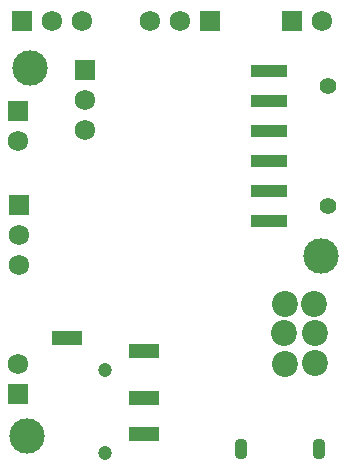
<source format=gbr>
G04 DipTrace 3.3.1.3*
G04 BottomMask.gbr*
%MOIN*%
G04 #@! TF.FileFunction,Soldermask,Bot*
G04 #@! TF.Part,Single*
%AMOUTLINE8*
4,1,4,
0.049213,0.023622,
0.049213,-0.023622,
-0.049213,-0.023622,
-0.049213,0.023622,
0.049213,0.023622,
0*%
%AMOUTLINE9*
4,1,4,
-0.049213,-0.023622,
-0.049213,0.023622,
0.049213,0.023622,
0.049213,-0.023622,
-0.049213,-0.023622,
0*%
%AMOUTLINE18*
4,1,4,
-0.059055,0.019685,
0.059055,0.019685,
0.059055,-0.019685,
-0.059055,-0.019685,
-0.059055,0.019685,
0*%
%ADD39C,0.047244*%
%ADD40C,0.055118*%
%ADD41C,0.11811*%
%ADD54O,0.043313X0.070872*%
%ADD62C,0.08662*%
%ADD64C,0.06788*%
%ADD66R,0.06788X0.06788*%
%ADD77OUTLINE8*%
%ADD78OUTLINE9*%
%ADD87OUTLINE18*%
%FSLAX26Y26*%
G04*
G70*
G90*
G75*
G01*
G04 BotMask*
%LPD*%
D66*
X466641Y1583336D3*
D64*
Y1483336D3*
D66*
X466504Y638642D3*
D64*
Y738642D3*
D66*
X1378792Y1882134D3*
D64*
X1478792D3*
D77*
X628040Y825350D3*
X883945Y624562D3*
D78*
Y506452D3*
D77*
Y782043D3*
D39*
X755993Y443460D3*
Y719050D3*
D66*
X1105731Y1882134D3*
D64*
X1005731D3*
X905731D3*
D62*
X1453294Y939477D3*
X1453924Y840856D3*
X1453846Y740855D3*
X1353531Y940225D3*
X1352783Y840894D3*
X1353373Y740225D3*
D66*
X468688Y1270150D3*
D64*
Y1170150D3*
Y1070150D3*
D66*
X689204Y1720235D3*
D64*
Y1620235D3*
Y1520235D3*
D66*
X477976Y1881722D3*
D64*
X577976D3*
X677976D3*
D54*
X1467267Y456724D3*
X1207527Y456850D3*
D87*
X1301420Y1717150D3*
Y1617150D3*
Y1517150D3*
Y1417150D3*
Y1317150D3*
Y1217150D3*
D40*
X1498271Y1667150D3*
Y1267150D3*
D41*
X494480Y498364D3*
X1475641Y1100489D3*
X505884Y1724829D3*
M02*

</source>
